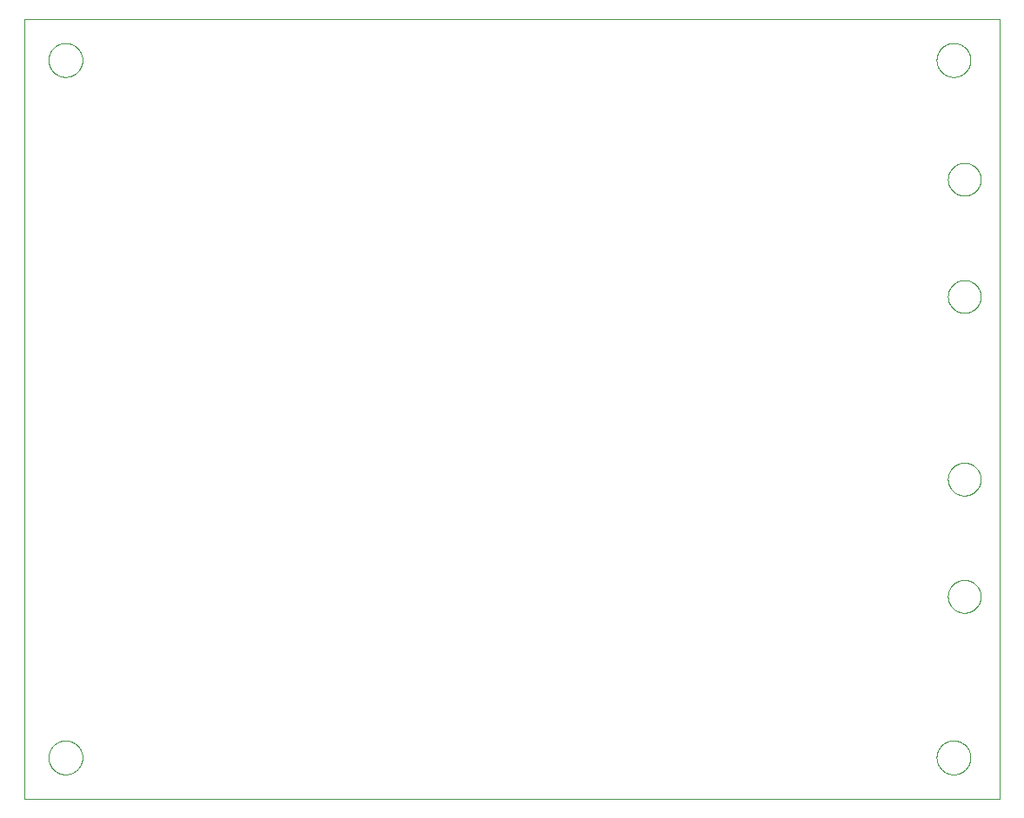
<source format=gbp>
G75*
%MOIN*%
%OFA0B0*%
%FSLAX25Y25*%
%IPPOS*%
%LPD*%
%AMOC8*
5,1,8,0,0,1.08239X$1,22.5*
%
%ADD10C,0.00000*%
D10*
X0001800Y0015403D02*
X0375816Y0015403D01*
X0375816Y0314615D01*
X0001800Y0314615D01*
X0001800Y0015403D01*
X0011048Y0031151D02*
X0011050Y0031312D01*
X0011056Y0031472D01*
X0011066Y0031633D01*
X0011080Y0031793D01*
X0011098Y0031953D01*
X0011119Y0032112D01*
X0011145Y0032271D01*
X0011175Y0032429D01*
X0011208Y0032586D01*
X0011246Y0032743D01*
X0011287Y0032898D01*
X0011332Y0033052D01*
X0011381Y0033205D01*
X0011434Y0033357D01*
X0011490Y0033508D01*
X0011551Y0033657D01*
X0011614Y0033805D01*
X0011682Y0033951D01*
X0011753Y0034095D01*
X0011827Y0034237D01*
X0011905Y0034378D01*
X0011987Y0034516D01*
X0012072Y0034653D01*
X0012160Y0034787D01*
X0012252Y0034919D01*
X0012347Y0035049D01*
X0012445Y0035177D01*
X0012546Y0035302D01*
X0012650Y0035424D01*
X0012757Y0035544D01*
X0012867Y0035661D01*
X0012980Y0035776D01*
X0013096Y0035887D01*
X0013215Y0035996D01*
X0013336Y0036101D01*
X0013460Y0036204D01*
X0013586Y0036304D01*
X0013714Y0036400D01*
X0013845Y0036493D01*
X0013979Y0036583D01*
X0014114Y0036670D01*
X0014252Y0036753D01*
X0014391Y0036833D01*
X0014533Y0036909D01*
X0014676Y0036982D01*
X0014821Y0037051D01*
X0014968Y0037117D01*
X0015116Y0037179D01*
X0015266Y0037237D01*
X0015417Y0037292D01*
X0015570Y0037343D01*
X0015724Y0037390D01*
X0015879Y0037433D01*
X0016035Y0037472D01*
X0016191Y0037508D01*
X0016349Y0037539D01*
X0016507Y0037567D01*
X0016666Y0037591D01*
X0016826Y0037611D01*
X0016986Y0037627D01*
X0017146Y0037639D01*
X0017307Y0037647D01*
X0017468Y0037651D01*
X0017628Y0037651D01*
X0017789Y0037647D01*
X0017950Y0037639D01*
X0018110Y0037627D01*
X0018270Y0037611D01*
X0018430Y0037591D01*
X0018589Y0037567D01*
X0018747Y0037539D01*
X0018905Y0037508D01*
X0019061Y0037472D01*
X0019217Y0037433D01*
X0019372Y0037390D01*
X0019526Y0037343D01*
X0019679Y0037292D01*
X0019830Y0037237D01*
X0019980Y0037179D01*
X0020128Y0037117D01*
X0020275Y0037051D01*
X0020420Y0036982D01*
X0020563Y0036909D01*
X0020705Y0036833D01*
X0020844Y0036753D01*
X0020982Y0036670D01*
X0021117Y0036583D01*
X0021251Y0036493D01*
X0021382Y0036400D01*
X0021510Y0036304D01*
X0021636Y0036204D01*
X0021760Y0036101D01*
X0021881Y0035996D01*
X0022000Y0035887D01*
X0022116Y0035776D01*
X0022229Y0035661D01*
X0022339Y0035544D01*
X0022446Y0035424D01*
X0022550Y0035302D01*
X0022651Y0035177D01*
X0022749Y0035049D01*
X0022844Y0034919D01*
X0022936Y0034787D01*
X0023024Y0034653D01*
X0023109Y0034516D01*
X0023191Y0034378D01*
X0023269Y0034237D01*
X0023343Y0034095D01*
X0023414Y0033951D01*
X0023482Y0033805D01*
X0023545Y0033657D01*
X0023606Y0033508D01*
X0023662Y0033357D01*
X0023715Y0033205D01*
X0023764Y0033052D01*
X0023809Y0032898D01*
X0023850Y0032743D01*
X0023888Y0032586D01*
X0023921Y0032429D01*
X0023951Y0032271D01*
X0023977Y0032112D01*
X0023998Y0031953D01*
X0024016Y0031793D01*
X0024030Y0031633D01*
X0024040Y0031472D01*
X0024046Y0031312D01*
X0024048Y0031151D01*
X0024046Y0030990D01*
X0024040Y0030830D01*
X0024030Y0030669D01*
X0024016Y0030509D01*
X0023998Y0030349D01*
X0023977Y0030190D01*
X0023951Y0030031D01*
X0023921Y0029873D01*
X0023888Y0029716D01*
X0023850Y0029559D01*
X0023809Y0029404D01*
X0023764Y0029250D01*
X0023715Y0029097D01*
X0023662Y0028945D01*
X0023606Y0028794D01*
X0023545Y0028645D01*
X0023482Y0028497D01*
X0023414Y0028351D01*
X0023343Y0028207D01*
X0023269Y0028065D01*
X0023191Y0027924D01*
X0023109Y0027786D01*
X0023024Y0027649D01*
X0022936Y0027515D01*
X0022844Y0027383D01*
X0022749Y0027253D01*
X0022651Y0027125D01*
X0022550Y0027000D01*
X0022446Y0026878D01*
X0022339Y0026758D01*
X0022229Y0026641D01*
X0022116Y0026526D01*
X0022000Y0026415D01*
X0021881Y0026306D01*
X0021760Y0026201D01*
X0021636Y0026098D01*
X0021510Y0025998D01*
X0021382Y0025902D01*
X0021251Y0025809D01*
X0021117Y0025719D01*
X0020982Y0025632D01*
X0020844Y0025549D01*
X0020705Y0025469D01*
X0020563Y0025393D01*
X0020420Y0025320D01*
X0020275Y0025251D01*
X0020128Y0025185D01*
X0019980Y0025123D01*
X0019830Y0025065D01*
X0019679Y0025010D01*
X0019526Y0024959D01*
X0019372Y0024912D01*
X0019217Y0024869D01*
X0019061Y0024830D01*
X0018905Y0024794D01*
X0018747Y0024763D01*
X0018589Y0024735D01*
X0018430Y0024711D01*
X0018270Y0024691D01*
X0018110Y0024675D01*
X0017950Y0024663D01*
X0017789Y0024655D01*
X0017628Y0024651D01*
X0017468Y0024651D01*
X0017307Y0024655D01*
X0017146Y0024663D01*
X0016986Y0024675D01*
X0016826Y0024691D01*
X0016666Y0024711D01*
X0016507Y0024735D01*
X0016349Y0024763D01*
X0016191Y0024794D01*
X0016035Y0024830D01*
X0015879Y0024869D01*
X0015724Y0024912D01*
X0015570Y0024959D01*
X0015417Y0025010D01*
X0015266Y0025065D01*
X0015116Y0025123D01*
X0014968Y0025185D01*
X0014821Y0025251D01*
X0014676Y0025320D01*
X0014533Y0025393D01*
X0014391Y0025469D01*
X0014252Y0025549D01*
X0014114Y0025632D01*
X0013979Y0025719D01*
X0013845Y0025809D01*
X0013714Y0025902D01*
X0013586Y0025998D01*
X0013460Y0026098D01*
X0013336Y0026201D01*
X0013215Y0026306D01*
X0013096Y0026415D01*
X0012980Y0026526D01*
X0012867Y0026641D01*
X0012757Y0026758D01*
X0012650Y0026878D01*
X0012546Y0027000D01*
X0012445Y0027125D01*
X0012347Y0027253D01*
X0012252Y0027383D01*
X0012160Y0027515D01*
X0012072Y0027649D01*
X0011987Y0027786D01*
X0011905Y0027924D01*
X0011827Y0028065D01*
X0011753Y0028207D01*
X0011682Y0028351D01*
X0011614Y0028497D01*
X0011551Y0028645D01*
X0011490Y0028794D01*
X0011434Y0028945D01*
X0011381Y0029097D01*
X0011332Y0029250D01*
X0011287Y0029404D01*
X0011246Y0029559D01*
X0011208Y0029716D01*
X0011175Y0029873D01*
X0011145Y0030031D01*
X0011119Y0030190D01*
X0011098Y0030349D01*
X0011080Y0030509D01*
X0011066Y0030669D01*
X0011056Y0030830D01*
X0011050Y0030990D01*
X0011048Y0031151D01*
X0011048Y0298867D02*
X0011050Y0299028D01*
X0011056Y0299188D01*
X0011066Y0299349D01*
X0011080Y0299509D01*
X0011098Y0299669D01*
X0011119Y0299828D01*
X0011145Y0299987D01*
X0011175Y0300145D01*
X0011208Y0300302D01*
X0011246Y0300459D01*
X0011287Y0300614D01*
X0011332Y0300768D01*
X0011381Y0300921D01*
X0011434Y0301073D01*
X0011490Y0301224D01*
X0011551Y0301373D01*
X0011614Y0301521D01*
X0011682Y0301667D01*
X0011753Y0301811D01*
X0011827Y0301953D01*
X0011905Y0302094D01*
X0011987Y0302232D01*
X0012072Y0302369D01*
X0012160Y0302503D01*
X0012252Y0302635D01*
X0012347Y0302765D01*
X0012445Y0302893D01*
X0012546Y0303018D01*
X0012650Y0303140D01*
X0012757Y0303260D01*
X0012867Y0303377D01*
X0012980Y0303492D01*
X0013096Y0303603D01*
X0013215Y0303712D01*
X0013336Y0303817D01*
X0013460Y0303920D01*
X0013586Y0304020D01*
X0013714Y0304116D01*
X0013845Y0304209D01*
X0013979Y0304299D01*
X0014114Y0304386D01*
X0014252Y0304469D01*
X0014391Y0304549D01*
X0014533Y0304625D01*
X0014676Y0304698D01*
X0014821Y0304767D01*
X0014968Y0304833D01*
X0015116Y0304895D01*
X0015266Y0304953D01*
X0015417Y0305008D01*
X0015570Y0305059D01*
X0015724Y0305106D01*
X0015879Y0305149D01*
X0016035Y0305188D01*
X0016191Y0305224D01*
X0016349Y0305255D01*
X0016507Y0305283D01*
X0016666Y0305307D01*
X0016826Y0305327D01*
X0016986Y0305343D01*
X0017146Y0305355D01*
X0017307Y0305363D01*
X0017468Y0305367D01*
X0017628Y0305367D01*
X0017789Y0305363D01*
X0017950Y0305355D01*
X0018110Y0305343D01*
X0018270Y0305327D01*
X0018430Y0305307D01*
X0018589Y0305283D01*
X0018747Y0305255D01*
X0018905Y0305224D01*
X0019061Y0305188D01*
X0019217Y0305149D01*
X0019372Y0305106D01*
X0019526Y0305059D01*
X0019679Y0305008D01*
X0019830Y0304953D01*
X0019980Y0304895D01*
X0020128Y0304833D01*
X0020275Y0304767D01*
X0020420Y0304698D01*
X0020563Y0304625D01*
X0020705Y0304549D01*
X0020844Y0304469D01*
X0020982Y0304386D01*
X0021117Y0304299D01*
X0021251Y0304209D01*
X0021382Y0304116D01*
X0021510Y0304020D01*
X0021636Y0303920D01*
X0021760Y0303817D01*
X0021881Y0303712D01*
X0022000Y0303603D01*
X0022116Y0303492D01*
X0022229Y0303377D01*
X0022339Y0303260D01*
X0022446Y0303140D01*
X0022550Y0303018D01*
X0022651Y0302893D01*
X0022749Y0302765D01*
X0022844Y0302635D01*
X0022936Y0302503D01*
X0023024Y0302369D01*
X0023109Y0302232D01*
X0023191Y0302094D01*
X0023269Y0301953D01*
X0023343Y0301811D01*
X0023414Y0301667D01*
X0023482Y0301521D01*
X0023545Y0301373D01*
X0023606Y0301224D01*
X0023662Y0301073D01*
X0023715Y0300921D01*
X0023764Y0300768D01*
X0023809Y0300614D01*
X0023850Y0300459D01*
X0023888Y0300302D01*
X0023921Y0300145D01*
X0023951Y0299987D01*
X0023977Y0299828D01*
X0023998Y0299669D01*
X0024016Y0299509D01*
X0024030Y0299349D01*
X0024040Y0299188D01*
X0024046Y0299028D01*
X0024048Y0298867D01*
X0024046Y0298706D01*
X0024040Y0298546D01*
X0024030Y0298385D01*
X0024016Y0298225D01*
X0023998Y0298065D01*
X0023977Y0297906D01*
X0023951Y0297747D01*
X0023921Y0297589D01*
X0023888Y0297432D01*
X0023850Y0297275D01*
X0023809Y0297120D01*
X0023764Y0296966D01*
X0023715Y0296813D01*
X0023662Y0296661D01*
X0023606Y0296510D01*
X0023545Y0296361D01*
X0023482Y0296213D01*
X0023414Y0296067D01*
X0023343Y0295923D01*
X0023269Y0295781D01*
X0023191Y0295640D01*
X0023109Y0295502D01*
X0023024Y0295365D01*
X0022936Y0295231D01*
X0022844Y0295099D01*
X0022749Y0294969D01*
X0022651Y0294841D01*
X0022550Y0294716D01*
X0022446Y0294594D01*
X0022339Y0294474D01*
X0022229Y0294357D01*
X0022116Y0294242D01*
X0022000Y0294131D01*
X0021881Y0294022D01*
X0021760Y0293917D01*
X0021636Y0293814D01*
X0021510Y0293714D01*
X0021382Y0293618D01*
X0021251Y0293525D01*
X0021117Y0293435D01*
X0020982Y0293348D01*
X0020844Y0293265D01*
X0020705Y0293185D01*
X0020563Y0293109D01*
X0020420Y0293036D01*
X0020275Y0292967D01*
X0020128Y0292901D01*
X0019980Y0292839D01*
X0019830Y0292781D01*
X0019679Y0292726D01*
X0019526Y0292675D01*
X0019372Y0292628D01*
X0019217Y0292585D01*
X0019061Y0292546D01*
X0018905Y0292510D01*
X0018747Y0292479D01*
X0018589Y0292451D01*
X0018430Y0292427D01*
X0018270Y0292407D01*
X0018110Y0292391D01*
X0017950Y0292379D01*
X0017789Y0292371D01*
X0017628Y0292367D01*
X0017468Y0292367D01*
X0017307Y0292371D01*
X0017146Y0292379D01*
X0016986Y0292391D01*
X0016826Y0292407D01*
X0016666Y0292427D01*
X0016507Y0292451D01*
X0016349Y0292479D01*
X0016191Y0292510D01*
X0016035Y0292546D01*
X0015879Y0292585D01*
X0015724Y0292628D01*
X0015570Y0292675D01*
X0015417Y0292726D01*
X0015266Y0292781D01*
X0015116Y0292839D01*
X0014968Y0292901D01*
X0014821Y0292967D01*
X0014676Y0293036D01*
X0014533Y0293109D01*
X0014391Y0293185D01*
X0014252Y0293265D01*
X0014114Y0293348D01*
X0013979Y0293435D01*
X0013845Y0293525D01*
X0013714Y0293618D01*
X0013586Y0293714D01*
X0013460Y0293814D01*
X0013336Y0293917D01*
X0013215Y0294022D01*
X0013096Y0294131D01*
X0012980Y0294242D01*
X0012867Y0294357D01*
X0012757Y0294474D01*
X0012650Y0294594D01*
X0012546Y0294716D01*
X0012445Y0294841D01*
X0012347Y0294969D01*
X0012252Y0295099D01*
X0012160Y0295231D01*
X0012072Y0295365D01*
X0011987Y0295502D01*
X0011905Y0295640D01*
X0011827Y0295781D01*
X0011753Y0295923D01*
X0011682Y0296067D01*
X0011614Y0296213D01*
X0011551Y0296361D01*
X0011490Y0296510D01*
X0011434Y0296661D01*
X0011381Y0296813D01*
X0011332Y0296966D01*
X0011287Y0297120D01*
X0011246Y0297275D01*
X0011208Y0297432D01*
X0011175Y0297589D01*
X0011145Y0297747D01*
X0011119Y0297906D01*
X0011098Y0298065D01*
X0011080Y0298225D01*
X0011066Y0298385D01*
X0011056Y0298546D01*
X0011050Y0298706D01*
X0011048Y0298867D01*
X0351599Y0298867D02*
X0351601Y0299028D01*
X0351607Y0299188D01*
X0351617Y0299349D01*
X0351631Y0299509D01*
X0351649Y0299669D01*
X0351670Y0299828D01*
X0351696Y0299987D01*
X0351726Y0300145D01*
X0351759Y0300302D01*
X0351797Y0300459D01*
X0351838Y0300614D01*
X0351883Y0300768D01*
X0351932Y0300921D01*
X0351985Y0301073D01*
X0352041Y0301224D01*
X0352102Y0301373D01*
X0352165Y0301521D01*
X0352233Y0301667D01*
X0352304Y0301811D01*
X0352378Y0301953D01*
X0352456Y0302094D01*
X0352538Y0302232D01*
X0352623Y0302369D01*
X0352711Y0302503D01*
X0352803Y0302635D01*
X0352898Y0302765D01*
X0352996Y0302893D01*
X0353097Y0303018D01*
X0353201Y0303140D01*
X0353308Y0303260D01*
X0353418Y0303377D01*
X0353531Y0303492D01*
X0353647Y0303603D01*
X0353766Y0303712D01*
X0353887Y0303817D01*
X0354011Y0303920D01*
X0354137Y0304020D01*
X0354265Y0304116D01*
X0354396Y0304209D01*
X0354530Y0304299D01*
X0354665Y0304386D01*
X0354803Y0304469D01*
X0354942Y0304549D01*
X0355084Y0304625D01*
X0355227Y0304698D01*
X0355372Y0304767D01*
X0355519Y0304833D01*
X0355667Y0304895D01*
X0355817Y0304953D01*
X0355968Y0305008D01*
X0356121Y0305059D01*
X0356275Y0305106D01*
X0356430Y0305149D01*
X0356586Y0305188D01*
X0356742Y0305224D01*
X0356900Y0305255D01*
X0357058Y0305283D01*
X0357217Y0305307D01*
X0357377Y0305327D01*
X0357537Y0305343D01*
X0357697Y0305355D01*
X0357858Y0305363D01*
X0358019Y0305367D01*
X0358179Y0305367D01*
X0358340Y0305363D01*
X0358501Y0305355D01*
X0358661Y0305343D01*
X0358821Y0305327D01*
X0358981Y0305307D01*
X0359140Y0305283D01*
X0359298Y0305255D01*
X0359456Y0305224D01*
X0359612Y0305188D01*
X0359768Y0305149D01*
X0359923Y0305106D01*
X0360077Y0305059D01*
X0360230Y0305008D01*
X0360381Y0304953D01*
X0360531Y0304895D01*
X0360679Y0304833D01*
X0360826Y0304767D01*
X0360971Y0304698D01*
X0361114Y0304625D01*
X0361256Y0304549D01*
X0361395Y0304469D01*
X0361533Y0304386D01*
X0361668Y0304299D01*
X0361802Y0304209D01*
X0361933Y0304116D01*
X0362061Y0304020D01*
X0362187Y0303920D01*
X0362311Y0303817D01*
X0362432Y0303712D01*
X0362551Y0303603D01*
X0362667Y0303492D01*
X0362780Y0303377D01*
X0362890Y0303260D01*
X0362997Y0303140D01*
X0363101Y0303018D01*
X0363202Y0302893D01*
X0363300Y0302765D01*
X0363395Y0302635D01*
X0363487Y0302503D01*
X0363575Y0302369D01*
X0363660Y0302232D01*
X0363742Y0302094D01*
X0363820Y0301953D01*
X0363894Y0301811D01*
X0363965Y0301667D01*
X0364033Y0301521D01*
X0364096Y0301373D01*
X0364157Y0301224D01*
X0364213Y0301073D01*
X0364266Y0300921D01*
X0364315Y0300768D01*
X0364360Y0300614D01*
X0364401Y0300459D01*
X0364439Y0300302D01*
X0364472Y0300145D01*
X0364502Y0299987D01*
X0364528Y0299828D01*
X0364549Y0299669D01*
X0364567Y0299509D01*
X0364581Y0299349D01*
X0364591Y0299188D01*
X0364597Y0299028D01*
X0364599Y0298867D01*
X0364597Y0298706D01*
X0364591Y0298546D01*
X0364581Y0298385D01*
X0364567Y0298225D01*
X0364549Y0298065D01*
X0364528Y0297906D01*
X0364502Y0297747D01*
X0364472Y0297589D01*
X0364439Y0297432D01*
X0364401Y0297275D01*
X0364360Y0297120D01*
X0364315Y0296966D01*
X0364266Y0296813D01*
X0364213Y0296661D01*
X0364157Y0296510D01*
X0364096Y0296361D01*
X0364033Y0296213D01*
X0363965Y0296067D01*
X0363894Y0295923D01*
X0363820Y0295781D01*
X0363742Y0295640D01*
X0363660Y0295502D01*
X0363575Y0295365D01*
X0363487Y0295231D01*
X0363395Y0295099D01*
X0363300Y0294969D01*
X0363202Y0294841D01*
X0363101Y0294716D01*
X0362997Y0294594D01*
X0362890Y0294474D01*
X0362780Y0294357D01*
X0362667Y0294242D01*
X0362551Y0294131D01*
X0362432Y0294022D01*
X0362311Y0293917D01*
X0362187Y0293814D01*
X0362061Y0293714D01*
X0361933Y0293618D01*
X0361802Y0293525D01*
X0361668Y0293435D01*
X0361533Y0293348D01*
X0361395Y0293265D01*
X0361256Y0293185D01*
X0361114Y0293109D01*
X0360971Y0293036D01*
X0360826Y0292967D01*
X0360679Y0292901D01*
X0360531Y0292839D01*
X0360381Y0292781D01*
X0360230Y0292726D01*
X0360077Y0292675D01*
X0359923Y0292628D01*
X0359768Y0292585D01*
X0359612Y0292546D01*
X0359456Y0292510D01*
X0359298Y0292479D01*
X0359140Y0292451D01*
X0358981Y0292427D01*
X0358821Y0292407D01*
X0358661Y0292391D01*
X0358501Y0292379D01*
X0358340Y0292371D01*
X0358179Y0292367D01*
X0358019Y0292367D01*
X0357858Y0292371D01*
X0357697Y0292379D01*
X0357537Y0292391D01*
X0357377Y0292407D01*
X0357217Y0292427D01*
X0357058Y0292451D01*
X0356900Y0292479D01*
X0356742Y0292510D01*
X0356586Y0292546D01*
X0356430Y0292585D01*
X0356275Y0292628D01*
X0356121Y0292675D01*
X0355968Y0292726D01*
X0355817Y0292781D01*
X0355667Y0292839D01*
X0355519Y0292901D01*
X0355372Y0292967D01*
X0355227Y0293036D01*
X0355084Y0293109D01*
X0354942Y0293185D01*
X0354803Y0293265D01*
X0354665Y0293348D01*
X0354530Y0293435D01*
X0354396Y0293525D01*
X0354265Y0293618D01*
X0354137Y0293714D01*
X0354011Y0293814D01*
X0353887Y0293917D01*
X0353766Y0294022D01*
X0353647Y0294131D01*
X0353531Y0294242D01*
X0353418Y0294357D01*
X0353308Y0294474D01*
X0353201Y0294594D01*
X0353097Y0294716D01*
X0352996Y0294841D01*
X0352898Y0294969D01*
X0352803Y0295099D01*
X0352711Y0295231D01*
X0352623Y0295365D01*
X0352538Y0295502D01*
X0352456Y0295640D01*
X0352378Y0295781D01*
X0352304Y0295923D01*
X0352233Y0296067D01*
X0352165Y0296213D01*
X0352102Y0296361D01*
X0352041Y0296510D01*
X0351985Y0296661D01*
X0351932Y0296813D01*
X0351883Y0296966D01*
X0351838Y0297120D01*
X0351797Y0297275D01*
X0351759Y0297432D01*
X0351726Y0297589D01*
X0351696Y0297747D01*
X0351670Y0297906D01*
X0351649Y0298065D01*
X0351631Y0298225D01*
X0351617Y0298385D01*
X0351607Y0298546D01*
X0351601Y0298706D01*
X0351599Y0298867D01*
X0355934Y0253100D02*
X0355936Y0253258D01*
X0355942Y0253416D01*
X0355952Y0253574D01*
X0355966Y0253732D01*
X0355984Y0253889D01*
X0356005Y0254046D01*
X0356031Y0254202D01*
X0356061Y0254358D01*
X0356094Y0254513D01*
X0356132Y0254666D01*
X0356173Y0254819D01*
X0356218Y0254971D01*
X0356267Y0255122D01*
X0356320Y0255271D01*
X0356376Y0255419D01*
X0356436Y0255565D01*
X0356500Y0255710D01*
X0356568Y0255853D01*
X0356639Y0255995D01*
X0356713Y0256135D01*
X0356791Y0256272D01*
X0356873Y0256408D01*
X0356957Y0256542D01*
X0357046Y0256673D01*
X0357137Y0256802D01*
X0357232Y0256929D01*
X0357329Y0257054D01*
X0357430Y0257176D01*
X0357534Y0257295D01*
X0357641Y0257412D01*
X0357751Y0257526D01*
X0357864Y0257637D01*
X0357979Y0257746D01*
X0358097Y0257851D01*
X0358218Y0257953D01*
X0358341Y0258053D01*
X0358467Y0258149D01*
X0358595Y0258242D01*
X0358725Y0258332D01*
X0358858Y0258418D01*
X0358993Y0258502D01*
X0359129Y0258581D01*
X0359268Y0258658D01*
X0359409Y0258730D01*
X0359551Y0258800D01*
X0359695Y0258865D01*
X0359841Y0258927D01*
X0359988Y0258985D01*
X0360137Y0259040D01*
X0360287Y0259091D01*
X0360438Y0259138D01*
X0360590Y0259181D01*
X0360743Y0259220D01*
X0360898Y0259256D01*
X0361053Y0259287D01*
X0361209Y0259315D01*
X0361365Y0259339D01*
X0361522Y0259359D01*
X0361680Y0259375D01*
X0361837Y0259387D01*
X0361996Y0259395D01*
X0362154Y0259399D01*
X0362312Y0259399D01*
X0362470Y0259395D01*
X0362629Y0259387D01*
X0362786Y0259375D01*
X0362944Y0259359D01*
X0363101Y0259339D01*
X0363257Y0259315D01*
X0363413Y0259287D01*
X0363568Y0259256D01*
X0363723Y0259220D01*
X0363876Y0259181D01*
X0364028Y0259138D01*
X0364179Y0259091D01*
X0364329Y0259040D01*
X0364478Y0258985D01*
X0364625Y0258927D01*
X0364771Y0258865D01*
X0364915Y0258800D01*
X0365057Y0258730D01*
X0365198Y0258658D01*
X0365337Y0258581D01*
X0365473Y0258502D01*
X0365608Y0258418D01*
X0365741Y0258332D01*
X0365871Y0258242D01*
X0365999Y0258149D01*
X0366125Y0258053D01*
X0366248Y0257953D01*
X0366369Y0257851D01*
X0366487Y0257746D01*
X0366602Y0257637D01*
X0366715Y0257526D01*
X0366825Y0257412D01*
X0366932Y0257295D01*
X0367036Y0257176D01*
X0367137Y0257054D01*
X0367234Y0256929D01*
X0367329Y0256802D01*
X0367420Y0256673D01*
X0367509Y0256542D01*
X0367593Y0256408D01*
X0367675Y0256272D01*
X0367753Y0256135D01*
X0367827Y0255995D01*
X0367898Y0255853D01*
X0367966Y0255710D01*
X0368030Y0255565D01*
X0368090Y0255419D01*
X0368146Y0255271D01*
X0368199Y0255122D01*
X0368248Y0254971D01*
X0368293Y0254819D01*
X0368334Y0254666D01*
X0368372Y0254513D01*
X0368405Y0254358D01*
X0368435Y0254202D01*
X0368461Y0254046D01*
X0368482Y0253889D01*
X0368500Y0253732D01*
X0368514Y0253574D01*
X0368524Y0253416D01*
X0368530Y0253258D01*
X0368532Y0253100D01*
X0368530Y0252942D01*
X0368524Y0252784D01*
X0368514Y0252626D01*
X0368500Y0252468D01*
X0368482Y0252311D01*
X0368461Y0252154D01*
X0368435Y0251998D01*
X0368405Y0251842D01*
X0368372Y0251687D01*
X0368334Y0251534D01*
X0368293Y0251381D01*
X0368248Y0251229D01*
X0368199Y0251078D01*
X0368146Y0250929D01*
X0368090Y0250781D01*
X0368030Y0250635D01*
X0367966Y0250490D01*
X0367898Y0250347D01*
X0367827Y0250205D01*
X0367753Y0250065D01*
X0367675Y0249928D01*
X0367593Y0249792D01*
X0367509Y0249658D01*
X0367420Y0249527D01*
X0367329Y0249398D01*
X0367234Y0249271D01*
X0367137Y0249146D01*
X0367036Y0249024D01*
X0366932Y0248905D01*
X0366825Y0248788D01*
X0366715Y0248674D01*
X0366602Y0248563D01*
X0366487Y0248454D01*
X0366369Y0248349D01*
X0366248Y0248247D01*
X0366125Y0248147D01*
X0365999Y0248051D01*
X0365871Y0247958D01*
X0365741Y0247868D01*
X0365608Y0247782D01*
X0365473Y0247698D01*
X0365337Y0247619D01*
X0365198Y0247542D01*
X0365057Y0247470D01*
X0364915Y0247400D01*
X0364771Y0247335D01*
X0364625Y0247273D01*
X0364478Y0247215D01*
X0364329Y0247160D01*
X0364179Y0247109D01*
X0364028Y0247062D01*
X0363876Y0247019D01*
X0363723Y0246980D01*
X0363568Y0246944D01*
X0363413Y0246913D01*
X0363257Y0246885D01*
X0363101Y0246861D01*
X0362944Y0246841D01*
X0362786Y0246825D01*
X0362629Y0246813D01*
X0362470Y0246805D01*
X0362312Y0246801D01*
X0362154Y0246801D01*
X0361996Y0246805D01*
X0361837Y0246813D01*
X0361680Y0246825D01*
X0361522Y0246841D01*
X0361365Y0246861D01*
X0361209Y0246885D01*
X0361053Y0246913D01*
X0360898Y0246944D01*
X0360743Y0246980D01*
X0360590Y0247019D01*
X0360438Y0247062D01*
X0360287Y0247109D01*
X0360137Y0247160D01*
X0359988Y0247215D01*
X0359841Y0247273D01*
X0359695Y0247335D01*
X0359551Y0247400D01*
X0359409Y0247470D01*
X0359268Y0247542D01*
X0359129Y0247619D01*
X0358993Y0247698D01*
X0358858Y0247782D01*
X0358725Y0247868D01*
X0358595Y0247958D01*
X0358467Y0248051D01*
X0358341Y0248147D01*
X0358218Y0248247D01*
X0358097Y0248349D01*
X0357979Y0248454D01*
X0357864Y0248563D01*
X0357751Y0248674D01*
X0357641Y0248788D01*
X0357534Y0248905D01*
X0357430Y0249024D01*
X0357329Y0249146D01*
X0357232Y0249271D01*
X0357137Y0249398D01*
X0357046Y0249527D01*
X0356957Y0249658D01*
X0356873Y0249792D01*
X0356791Y0249928D01*
X0356713Y0250065D01*
X0356639Y0250205D01*
X0356568Y0250347D01*
X0356500Y0250490D01*
X0356436Y0250635D01*
X0356376Y0250781D01*
X0356320Y0250929D01*
X0356267Y0251078D01*
X0356218Y0251229D01*
X0356173Y0251381D01*
X0356132Y0251534D01*
X0356094Y0251687D01*
X0356061Y0251842D01*
X0356031Y0251998D01*
X0356005Y0252154D01*
X0355984Y0252311D01*
X0355966Y0252468D01*
X0355952Y0252626D01*
X0355942Y0252784D01*
X0355936Y0252942D01*
X0355934Y0253100D01*
X0355934Y0208100D02*
X0355936Y0208258D01*
X0355942Y0208416D01*
X0355952Y0208574D01*
X0355966Y0208732D01*
X0355984Y0208889D01*
X0356005Y0209046D01*
X0356031Y0209202D01*
X0356061Y0209358D01*
X0356094Y0209513D01*
X0356132Y0209666D01*
X0356173Y0209819D01*
X0356218Y0209971D01*
X0356267Y0210122D01*
X0356320Y0210271D01*
X0356376Y0210419D01*
X0356436Y0210565D01*
X0356500Y0210710D01*
X0356568Y0210853D01*
X0356639Y0210995D01*
X0356713Y0211135D01*
X0356791Y0211272D01*
X0356873Y0211408D01*
X0356957Y0211542D01*
X0357046Y0211673D01*
X0357137Y0211802D01*
X0357232Y0211929D01*
X0357329Y0212054D01*
X0357430Y0212176D01*
X0357534Y0212295D01*
X0357641Y0212412D01*
X0357751Y0212526D01*
X0357864Y0212637D01*
X0357979Y0212746D01*
X0358097Y0212851D01*
X0358218Y0212953D01*
X0358341Y0213053D01*
X0358467Y0213149D01*
X0358595Y0213242D01*
X0358725Y0213332D01*
X0358858Y0213418D01*
X0358993Y0213502D01*
X0359129Y0213581D01*
X0359268Y0213658D01*
X0359409Y0213730D01*
X0359551Y0213800D01*
X0359695Y0213865D01*
X0359841Y0213927D01*
X0359988Y0213985D01*
X0360137Y0214040D01*
X0360287Y0214091D01*
X0360438Y0214138D01*
X0360590Y0214181D01*
X0360743Y0214220D01*
X0360898Y0214256D01*
X0361053Y0214287D01*
X0361209Y0214315D01*
X0361365Y0214339D01*
X0361522Y0214359D01*
X0361680Y0214375D01*
X0361837Y0214387D01*
X0361996Y0214395D01*
X0362154Y0214399D01*
X0362312Y0214399D01*
X0362470Y0214395D01*
X0362629Y0214387D01*
X0362786Y0214375D01*
X0362944Y0214359D01*
X0363101Y0214339D01*
X0363257Y0214315D01*
X0363413Y0214287D01*
X0363568Y0214256D01*
X0363723Y0214220D01*
X0363876Y0214181D01*
X0364028Y0214138D01*
X0364179Y0214091D01*
X0364329Y0214040D01*
X0364478Y0213985D01*
X0364625Y0213927D01*
X0364771Y0213865D01*
X0364915Y0213800D01*
X0365057Y0213730D01*
X0365198Y0213658D01*
X0365337Y0213581D01*
X0365473Y0213502D01*
X0365608Y0213418D01*
X0365741Y0213332D01*
X0365871Y0213242D01*
X0365999Y0213149D01*
X0366125Y0213053D01*
X0366248Y0212953D01*
X0366369Y0212851D01*
X0366487Y0212746D01*
X0366602Y0212637D01*
X0366715Y0212526D01*
X0366825Y0212412D01*
X0366932Y0212295D01*
X0367036Y0212176D01*
X0367137Y0212054D01*
X0367234Y0211929D01*
X0367329Y0211802D01*
X0367420Y0211673D01*
X0367509Y0211542D01*
X0367593Y0211408D01*
X0367675Y0211272D01*
X0367753Y0211135D01*
X0367827Y0210995D01*
X0367898Y0210853D01*
X0367966Y0210710D01*
X0368030Y0210565D01*
X0368090Y0210419D01*
X0368146Y0210271D01*
X0368199Y0210122D01*
X0368248Y0209971D01*
X0368293Y0209819D01*
X0368334Y0209666D01*
X0368372Y0209513D01*
X0368405Y0209358D01*
X0368435Y0209202D01*
X0368461Y0209046D01*
X0368482Y0208889D01*
X0368500Y0208732D01*
X0368514Y0208574D01*
X0368524Y0208416D01*
X0368530Y0208258D01*
X0368532Y0208100D01*
X0368530Y0207942D01*
X0368524Y0207784D01*
X0368514Y0207626D01*
X0368500Y0207468D01*
X0368482Y0207311D01*
X0368461Y0207154D01*
X0368435Y0206998D01*
X0368405Y0206842D01*
X0368372Y0206687D01*
X0368334Y0206534D01*
X0368293Y0206381D01*
X0368248Y0206229D01*
X0368199Y0206078D01*
X0368146Y0205929D01*
X0368090Y0205781D01*
X0368030Y0205635D01*
X0367966Y0205490D01*
X0367898Y0205347D01*
X0367827Y0205205D01*
X0367753Y0205065D01*
X0367675Y0204928D01*
X0367593Y0204792D01*
X0367509Y0204658D01*
X0367420Y0204527D01*
X0367329Y0204398D01*
X0367234Y0204271D01*
X0367137Y0204146D01*
X0367036Y0204024D01*
X0366932Y0203905D01*
X0366825Y0203788D01*
X0366715Y0203674D01*
X0366602Y0203563D01*
X0366487Y0203454D01*
X0366369Y0203349D01*
X0366248Y0203247D01*
X0366125Y0203147D01*
X0365999Y0203051D01*
X0365871Y0202958D01*
X0365741Y0202868D01*
X0365608Y0202782D01*
X0365473Y0202698D01*
X0365337Y0202619D01*
X0365198Y0202542D01*
X0365057Y0202470D01*
X0364915Y0202400D01*
X0364771Y0202335D01*
X0364625Y0202273D01*
X0364478Y0202215D01*
X0364329Y0202160D01*
X0364179Y0202109D01*
X0364028Y0202062D01*
X0363876Y0202019D01*
X0363723Y0201980D01*
X0363568Y0201944D01*
X0363413Y0201913D01*
X0363257Y0201885D01*
X0363101Y0201861D01*
X0362944Y0201841D01*
X0362786Y0201825D01*
X0362629Y0201813D01*
X0362470Y0201805D01*
X0362312Y0201801D01*
X0362154Y0201801D01*
X0361996Y0201805D01*
X0361837Y0201813D01*
X0361680Y0201825D01*
X0361522Y0201841D01*
X0361365Y0201861D01*
X0361209Y0201885D01*
X0361053Y0201913D01*
X0360898Y0201944D01*
X0360743Y0201980D01*
X0360590Y0202019D01*
X0360438Y0202062D01*
X0360287Y0202109D01*
X0360137Y0202160D01*
X0359988Y0202215D01*
X0359841Y0202273D01*
X0359695Y0202335D01*
X0359551Y0202400D01*
X0359409Y0202470D01*
X0359268Y0202542D01*
X0359129Y0202619D01*
X0358993Y0202698D01*
X0358858Y0202782D01*
X0358725Y0202868D01*
X0358595Y0202958D01*
X0358467Y0203051D01*
X0358341Y0203147D01*
X0358218Y0203247D01*
X0358097Y0203349D01*
X0357979Y0203454D01*
X0357864Y0203563D01*
X0357751Y0203674D01*
X0357641Y0203788D01*
X0357534Y0203905D01*
X0357430Y0204024D01*
X0357329Y0204146D01*
X0357232Y0204271D01*
X0357137Y0204398D01*
X0357046Y0204527D01*
X0356957Y0204658D01*
X0356873Y0204792D01*
X0356791Y0204928D01*
X0356713Y0205065D01*
X0356639Y0205205D01*
X0356568Y0205347D01*
X0356500Y0205490D01*
X0356436Y0205635D01*
X0356376Y0205781D01*
X0356320Y0205929D01*
X0356267Y0206078D01*
X0356218Y0206229D01*
X0356173Y0206381D01*
X0356132Y0206534D01*
X0356094Y0206687D01*
X0356061Y0206842D01*
X0356031Y0206998D01*
X0356005Y0207154D01*
X0355984Y0207311D01*
X0355966Y0207468D01*
X0355952Y0207626D01*
X0355942Y0207784D01*
X0355936Y0207942D01*
X0355934Y0208100D01*
X0355934Y0137982D02*
X0355936Y0138140D01*
X0355942Y0138298D01*
X0355952Y0138456D01*
X0355966Y0138614D01*
X0355984Y0138771D01*
X0356005Y0138928D01*
X0356031Y0139084D01*
X0356061Y0139240D01*
X0356094Y0139395D01*
X0356132Y0139548D01*
X0356173Y0139701D01*
X0356218Y0139853D01*
X0356267Y0140004D01*
X0356320Y0140153D01*
X0356376Y0140301D01*
X0356436Y0140447D01*
X0356500Y0140592D01*
X0356568Y0140735D01*
X0356639Y0140877D01*
X0356713Y0141017D01*
X0356791Y0141154D01*
X0356873Y0141290D01*
X0356957Y0141424D01*
X0357046Y0141555D01*
X0357137Y0141684D01*
X0357232Y0141811D01*
X0357329Y0141936D01*
X0357430Y0142058D01*
X0357534Y0142177D01*
X0357641Y0142294D01*
X0357751Y0142408D01*
X0357864Y0142519D01*
X0357979Y0142628D01*
X0358097Y0142733D01*
X0358218Y0142835D01*
X0358341Y0142935D01*
X0358467Y0143031D01*
X0358595Y0143124D01*
X0358725Y0143214D01*
X0358858Y0143300D01*
X0358993Y0143384D01*
X0359129Y0143463D01*
X0359268Y0143540D01*
X0359409Y0143612D01*
X0359551Y0143682D01*
X0359695Y0143747D01*
X0359841Y0143809D01*
X0359988Y0143867D01*
X0360137Y0143922D01*
X0360287Y0143973D01*
X0360438Y0144020D01*
X0360590Y0144063D01*
X0360743Y0144102D01*
X0360898Y0144138D01*
X0361053Y0144169D01*
X0361209Y0144197D01*
X0361365Y0144221D01*
X0361522Y0144241D01*
X0361680Y0144257D01*
X0361837Y0144269D01*
X0361996Y0144277D01*
X0362154Y0144281D01*
X0362312Y0144281D01*
X0362470Y0144277D01*
X0362629Y0144269D01*
X0362786Y0144257D01*
X0362944Y0144241D01*
X0363101Y0144221D01*
X0363257Y0144197D01*
X0363413Y0144169D01*
X0363568Y0144138D01*
X0363723Y0144102D01*
X0363876Y0144063D01*
X0364028Y0144020D01*
X0364179Y0143973D01*
X0364329Y0143922D01*
X0364478Y0143867D01*
X0364625Y0143809D01*
X0364771Y0143747D01*
X0364915Y0143682D01*
X0365057Y0143612D01*
X0365198Y0143540D01*
X0365337Y0143463D01*
X0365473Y0143384D01*
X0365608Y0143300D01*
X0365741Y0143214D01*
X0365871Y0143124D01*
X0365999Y0143031D01*
X0366125Y0142935D01*
X0366248Y0142835D01*
X0366369Y0142733D01*
X0366487Y0142628D01*
X0366602Y0142519D01*
X0366715Y0142408D01*
X0366825Y0142294D01*
X0366932Y0142177D01*
X0367036Y0142058D01*
X0367137Y0141936D01*
X0367234Y0141811D01*
X0367329Y0141684D01*
X0367420Y0141555D01*
X0367509Y0141424D01*
X0367593Y0141290D01*
X0367675Y0141154D01*
X0367753Y0141017D01*
X0367827Y0140877D01*
X0367898Y0140735D01*
X0367966Y0140592D01*
X0368030Y0140447D01*
X0368090Y0140301D01*
X0368146Y0140153D01*
X0368199Y0140004D01*
X0368248Y0139853D01*
X0368293Y0139701D01*
X0368334Y0139548D01*
X0368372Y0139395D01*
X0368405Y0139240D01*
X0368435Y0139084D01*
X0368461Y0138928D01*
X0368482Y0138771D01*
X0368500Y0138614D01*
X0368514Y0138456D01*
X0368524Y0138298D01*
X0368530Y0138140D01*
X0368532Y0137982D01*
X0368530Y0137824D01*
X0368524Y0137666D01*
X0368514Y0137508D01*
X0368500Y0137350D01*
X0368482Y0137193D01*
X0368461Y0137036D01*
X0368435Y0136880D01*
X0368405Y0136724D01*
X0368372Y0136569D01*
X0368334Y0136416D01*
X0368293Y0136263D01*
X0368248Y0136111D01*
X0368199Y0135960D01*
X0368146Y0135811D01*
X0368090Y0135663D01*
X0368030Y0135517D01*
X0367966Y0135372D01*
X0367898Y0135229D01*
X0367827Y0135087D01*
X0367753Y0134947D01*
X0367675Y0134810D01*
X0367593Y0134674D01*
X0367509Y0134540D01*
X0367420Y0134409D01*
X0367329Y0134280D01*
X0367234Y0134153D01*
X0367137Y0134028D01*
X0367036Y0133906D01*
X0366932Y0133787D01*
X0366825Y0133670D01*
X0366715Y0133556D01*
X0366602Y0133445D01*
X0366487Y0133336D01*
X0366369Y0133231D01*
X0366248Y0133129D01*
X0366125Y0133029D01*
X0365999Y0132933D01*
X0365871Y0132840D01*
X0365741Y0132750D01*
X0365608Y0132664D01*
X0365473Y0132580D01*
X0365337Y0132501D01*
X0365198Y0132424D01*
X0365057Y0132352D01*
X0364915Y0132282D01*
X0364771Y0132217D01*
X0364625Y0132155D01*
X0364478Y0132097D01*
X0364329Y0132042D01*
X0364179Y0131991D01*
X0364028Y0131944D01*
X0363876Y0131901D01*
X0363723Y0131862D01*
X0363568Y0131826D01*
X0363413Y0131795D01*
X0363257Y0131767D01*
X0363101Y0131743D01*
X0362944Y0131723D01*
X0362786Y0131707D01*
X0362629Y0131695D01*
X0362470Y0131687D01*
X0362312Y0131683D01*
X0362154Y0131683D01*
X0361996Y0131687D01*
X0361837Y0131695D01*
X0361680Y0131707D01*
X0361522Y0131723D01*
X0361365Y0131743D01*
X0361209Y0131767D01*
X0361053Y0131795D01*
X0360898Y0131826D01*
X0360743Y0131862D01*
X0360590Y0131901D01*
X0360438Y0131944D01*
X0360287Y0131991D01*
X0360137Y0132042D01*
X0359988Y0132097D01*
X0359841Y0132155D01*
X0359695Y0132217D01*
X0359551Y0132282D01*
X0359409Y0132352D01*
X0359268Y0132424D01*
X0359129Y0132501D01*
X0358993Y0132580D01*
X0358858Y0132664D01*
X0358725Y0132750D01*
X0358595Y0132840D01*
X0358467Y0132933D01*
X0358341Y0133029D01*
X0358218Y0133129D01*
X0358097Y0133231D01*
X0357979Y0133336D01*
X0357864Y0133445D01*
X0357751Y0133556D01*
X0357641Y0133670D01*
X0357534Y0133787D01*
X0357430Y0133906D01*
X0357329Y0134028D01*
X0357232Y0134153D01*
X0357137Y0134280D01*
X0357046Y0134409D01*
X0356957Y0134540D01*
X0356873Y0134674D01*
X0356791Y0134810D01*
X0356713Y0134947D01*
X0356639Y0135087D01*
X0356568Y0135229D01*
X0356500Y0135372D01*
X0356436Y0135517D01*
X0356376Y0135663D01*
X0356320Y0135811D01*
X0356267Y0135960D01*
X0356218Y0136111D01*
X0356173Y0136263D01*
X0356132Y0136416D01*
X0356094Y0136569D01*
X0356061Y0136724D01*
X0356031Y0136880D01*
X0356005Y0137036D01*
X0355984Y0137193D01*
X0355966Y0137350D01*
X0355952Y0137508D01*
X0355942Y0137666D01*
X0355936Y0137824D01*
X0355934Y0137982D01*
X0355934Y0092982D02*
X0355936Y0093140D01*
X0355942Y0093298D01*
X0355952Y0093456D01*
X0355966Y0093614D01*
X0355984Y0093771D01*
X0356005Y0093928D01*
X0356031Y0094084D01*
X0356061Y0094240D01*
X0356094Y0094395D01*
X0356132Y0094548D01*
X0356173Y0094701D01*
X0356218Y0094853D01*
X0356267Y0095004D01*
X0356320Y0095153D01*
X0356376Y0095301D01*
X0356436Y0095447D01*
X0356500Y0095592D01*
X0356568Y0095735D01*
X0356639Y0095877D01*
X0356713Y0096017D01*
X0356791Y0096154D01*
X0356873Y0096290D01*
X0356957Y0096424D01*
X0357046Y0096555D01*
X0357137Y0096684D01*
X0357232Y0096811D01*
X0357329Y0096936D01*
X0357430Y0097058D01*
X0357534Y0097177D01*
X0357641Y0097294D01*
X0357751Y0097408D01*
X0357864Y0097519D01*
X0357979Y0097628D01*
X0358097Y0097733D01*
X0358218Y0097835D01*
X0358341Y0097935D01*
X0358467Y0098031D01*
X0358595Y0098124D01*
X0358725Y0098214D01*
X0358858Y0098300D01*
X0358993Y0098384D01*
X0359129Y0098463D01*
X0359268Y0098540D01*
X0359409Y0098612D01*
X0359551Y0098682D01*
X0359695Y0098747D01*
X0359841Y0098809D01*
X0359988Y0098867D01*
X0360137Y0098922D01*
X0360287Y0098973D01*
X0360438Y0099020D01*
X0360590Y0099063D01*
X0360743Y0099102D01*
X0360898Y0099138D01*
X0361053Y0099169D01*
X0361209Y0099197D01*
X0361365Y0099221D01*
X0361522Y0099241D01*
X0361680Y0099257D01*
X0361837Y0099269D01*
X0361996Y0099277D01*
X0362154Y0099281D01*
X0362312Y0099281D01*
X0362470Y0099277D01*
X0362629Y0099269D01*
X0362786Y0099257D01*
X0362944Y0099241D01*
X0363101Y0099221D01*
X0363257Y0099197D01*
X0363413Y0099169D01*
X0363568Y0099138D01*
X0363723Y0099102D01*
X0363876Y0099063D01*
X0364028Y0099020D01*
X0364179Y0098973D01*
X0364329Y0098922D01*
X0364478Y0098867D01*
X0364625Y0098809D01*
X0364771Y0098747D01*
X0364915Y0098682D01*
X0365057Y0098612D01*
X0365198Y0098540D01*
X0365337Y0098463D01*
X0365473Y0098384D01*
X0365608Y0098300D01*
X0365741Y0098214D01*
X0365871Y0098124D01*
X0365999Y0098031D01*
X0366125Y0097935D01*
X0366248Y0097835D01*
X0366369Y0097733D01*
X0366487Y0097628D01*
X0366602Y0097519D01*
X0366715Y0097408D01*
X0366825Y0097294D01*
X0366932Y0097177D01*
X0367036Y0097058D01*
X0367137Y0096936D01*
X0367234Y0096811D01*
X0367329Y0096684D01*
X0367420Y0096555D01*
X0367509Y0096424D01*
X0367593Y0096290D01*
X0367675Y0096154D01*
X0367753Y0096017D01*
X0367827Y0095877D01*
X0367898Y0095735D01*
X0367966Y0095592D01*
X0368030Y0095447D01*
X0368090Y0095301D01*
X0368146Y0095153D01*
X0368199Y0095004D01*
X0368248Y0094853D01*
X0368293Y0094701D01*
X0368334Y0094548D01*
X0368372Y0094395D01*
X0368405Y0094240D01*
X0368435Y0094084D01*
X0368461Y0093928D01*
X0368482Y0093771D01*
X0368500Y0093614D01*
X0368514Y0093456D01*
X0368524Y0093298D01*
X0368530Y0093140D01*
X0368532Y0092982D01*
X0368530Y0092824D01*
X0368524Y0092666D01*
X0368514Y0092508D01*
X0368500Y0092350D01*
X0368482Y0092193D01*
X0368461Y0092036D01*
X0368435Y0091880D01*
X0368405Y0091724D01*
X0368372Y0091569D01*
X0368334Y0091416D01*
X0368293Y0091263D01*
X0368248Y0091111D01*
X0368199Y0090960D01*
X0368146Y0090811D01*
X0368090Y0090663D01*
X0368030Y0090517D01*
X0367966Y0090372D01*
X0367898Y0090229D01*
X0367827Y0090087D01*
X0367753Y0089947D01*
X0367675Y0089810D01*
X0367593Y0089674D01*
X0367509Y0089540D01*
X0367420Y0089409D01*
X0367329Y0089280D01*
X0367234Y0089153D01*
X0367137Y0089028D01*
X0367036Y0088906D01*
X0366932Y0088787D01*
X0366825Y0088670D01*
X0366715Y0088556D01*
X0366602Y0088445D01*
X0366487Y0088336D01*
X0366369Y0088231D01*
X0366248Y0088129D01*
X0366125Y0088029D01*
X0365999Y0087933D01*
X0365871Y0087840D01*
X0365741Y0087750D01*
X0365608Y0087664D01*
X0365473Y0087580D01*
X0365337Y0087501D01*
X0365198Y0087424D01*
X0365057Y0087352D01*
X0364915Y0087282D01*
X0364771Y0087217D01*
X0364625Y0087155D01*
X0364478Y0087097D01*
X0364329Y0087042D01*
X0364179Y0086991D01*
X0364028Y0086944D01*
X0363876Y0086901D01*
X0363723Y0086862D01*
X0363568Y0086826D01*
X0363413Y0086795D01*
X0363257Y0086767D01*
X0363101Y0086743D01*
X0362944Y0086723D01*
X0362786Y0086707D01*
X0362629Y0086695D01*
X0362470Y0086687D01*
X0362312Y0086683D01*
X0362154Y0086683D01*
X0361996Y0086687D01*
X0361837Y0086695D01*
X0361680Y0086707D01*
X0361522Y0086723D01*
X0361365Y0086743D01*
X0361209Y0086767D01*
X0361053Y0086795D01*
X0360898Y0086826D01*
X0360743Y0086862D01*
X0360590Y0086901D01*
X0360438Y0086944D01*
X0360287Y0086991D01*
X0360137Y0087042D01*
X0359988Y0087097D01*
X0359841Y0087155D01*
X0359695Y0087217D01*
X0359551Y0087282D01*
X0359409Y0087352D01*
X0359268Y0087424D01*
X0359129Y0087501D01*
X0358993Y0087580D01*
X0358858Y0087664D01*
X0358725Y0087750D01*
X0358595Y0087840D01*
X0358467Y0087933D01*
X0358341Y0088029D01*
X0358218Y0088129D01*
X0358097Y0088231D01*
X0357979Y0088336D01*
X0357864Y0088445D01*
X0357751Y0088556D01*
X0357641Y0088670D01*
X0357534Y0088787D01*
X0357430Y0088906D01*
X0357329Y0089028D01*
X0357232Y0089153D01*
X0357137Y0089280D01*
X0357046Y0089409D01*
X0356957Y0089540D01*
X0356873Y0089674D01*
X0356791Y0089810D01*
X0356713Y0089947D01*
X0356639Y0090087D01*
X0356568Y0090229D01*
X0356500Y0090372D01*
X0356436Y0090517D01*
X0356376Y0090663D01*
X0356320Y0090811D01*
X0356267Y0090960D01*
X0356218Y0091111D01*
X0356173Y0091263D01*
X0356132Y0091416D01*
X0356094Y0091569D01*
X0356061Y0091724D01*
X0356031Y0091880D01*
X0356005Y0092036D01*
X0355984Y0092193D01*
X0355966Y0092350D01*
X0355952Y0092508D01*
X0355942Y0092666D01*
X0355936Y0092824D01*
X0355934Y0092982D01*
X0351599Y0031151D02*
X0351601Y0031312D01*
X0351607Y0031472D01*
X0351617Y0031633D01*
X0351631Y0031793D01*
X0351649Y0031953D01*
X0351670Y0032112D01*
X0351696Y0032271D01*
X0351726Y0032429D01*
X0351759Y0032586D01*
X0351797Y0032743D01*
X0351838Y0032898D01*
X0351883Y0033052D01*
X0351932Y0033205D01*
X0351985Y0033357D01*
X0352041Y0033508D01*
X0352102Y0033657D01*
X0352165Y0033805D01*
X0352233Y0033951D01*
X0352304Y0034095D01*
X0352378Y0034237D01*
X0352456Y0034378D01*
X0352538Y0034516D01*
X0352623Y0034653D01*
X0352711Y0034787D01*
X0352803Y0034919D01*
X0352898Y0035049D01*
X0352996Y0035177D01*
X0353097Y0035302D01*
X0353201Y0035424D01*
X0353308Y0035544D01*
X0353418Y0035661D01*
X0353531Y0035776D01*
X0353647Y0035887D01*
X0353766Y0035996D01*
X0353887Y0036101D01*
X0354011Y0036204D01*
X0354137Y0036304D01*
X0354265Y0036400D01*
X0354396Y0036493D01*
X0354530Y0036583D01*
X0354665Y0036670D01*
X0354803Y0036753D01*
X0354942Y0036833D01*
X0355084Y0036909D01*
X0355227Y0036982D01*
X0355372Y0037051D01*
X0355519Y0037117D01*
X0355667Y0037179D01*
X0355817Y0037237D01*
X0355968Y0037292D01*
X0356121Y0037343D01*
X0356275Y0037390D01*
X0356430Y0037433D01*
X0356586Y0037472D01*
X0356742Y0037508D01*
X0356900Y0037539D01*
X0357058Y0037567D01*
X0357217Y0037591D01*
X0357377Y0037611D01*
X0357537Y0037627D01*
X0357697Y0037639D01*
X0357858Y0037647D01*
X0358019Y0037651D01*
X0358179Y0037651D01*
X0358340Y0037647D01*
X0358501Y0037639D01*
X0358661Y0037627D01*
X0358821Y0037611D01*
X0358981Y0037591D01*
X0359140Y0037567D01*
X0359298Y0037539D01*
X0359456Y0037508D01*
X0359612Y0037472D01*
X0359768Y0037433D01*
X0359923Y0037390D01*
X0360077Y0037343D01*
X0360230Y0037292D01*
X0360381Y0037237D01*
X0360531Y0037179D01*
X0360679Y0037117D01*
X0360826Y0037051D01*
X0360971Y0036982D01*
X0361114Y0036909D01*
X0361256Y0036833D01*
X0361395Y0036753D01*
X0361533Y0036670D01*
X0361668Y0036583D01*
X0361802Y0036493D01*
X0361933Y0036400D01*
X0362061Y0036304D01*
X0362187Y0036204D01*
X0362311Y0036101D01*
X0362432Y0035996D01*
X0362551Y0035887D01*
X0362667Y0035776D01*
X0362780Y0035661D01*
X0362890Y0035544D01*
X0362997Y0035424D01*
X0363101Y0035302D01*
X0363202Y0035177D01*
X0363300Y0035049D01*
X0363395Y0034919D01*
X0363487Y0034787D01*
X0363575Y0034653D01*
X0363660Y0034516D01*
X0363742Y0034378D01*
X0363820Y0034237D01*
X0363894Y0034095D01*
X0363965Y0033951D01*
X0364033Y0033805D01*
X0364096Y0033657D01*
X0364157Y0033508D01*
X0364213Y0033357D01*
X0364266Y0033205D01*
X0364315Y0033052D01*
X0364360Y0032898D01*
X0364401Y0032743D01*
X0364439Y0032586D01*
X0364472Y0032429D01*
X0364502Y0032271D01*
X0364528Y0032112D01*
X0364549Y0031953D01*
X0364567Y0031793D01*
X0364581Y0031633D01*
X0364591Y0031472D01*
X0364597Y0031312D01*
X0364599Y0031151D01*
X0364597Y0030990D01*
X0364591Y0030830D01*
X0364581Y0030669D01*
X0364567Y0030509D01*
X0364549Y0030349D01*
X0364528Y0030190D01*
X0364502Y0030031D01*
X0364472Y0029873D01*
X0364439Y0029716D01*
X0364401Y0029559D01*
X0364360Y0029404D01*
X0364315Y0029250D01*
X0364266Y0029097D01*
X0364213Y0028945D01*
X0364157Y0028794D01*
X0364096Y0028645D01*
X0364033Y0028497D01*
X0363965Y0028351D01*
X0363894Y0028207D01*
X0363820Y0028065D01*
X0363742Y0027924D01*
X0363660Y0027786D01*
X0363575Y0027649D01*
X0363487Y0027515D01*
X0363395Y0027383D01*
X0363300Y0027253D01*
X0363202Y0027125D01*
X0363101Y0027000D01*
X0362997Y0026878D01*
X0362890Y0026758D01*
X0362780Y0026641D01*
X0362667Y0026526D01*
X0362551Y0026415D01*
X0362432Y0026306D01*
X0362311Y0026201D01*
X0362187Y0026098D01*
X0362061Y0025998D01*
X0361933Y0025902D01*
X0361802Y0025809D01*
X0361668Y0025719D01*
X0361533Y0025632D01*
X0361395Y0025549D01*
X0361256Y0025469D01*
X0361114Y0025393D01*
X0360971Y0025320D01*
X0360826Y0025251D01*
X0360679Y0025185D01*
X0360531Y0025123D01*
X0360381Y0025065D01*
X0360230Y0025010D01*
X0360077Y0024959D01*
X0359923Y0024912D01*
X0359768Y0024869D01*
X0359612Y0024830D01*
X0359456Y0024794D01*
X0359298Y0024763D01*
X0359140Y0024735D01*
X0358981Y0024711D01*
X0358821Y0024691D01*
X0358661Y0024675D01*
X0358501Y0024663D01*
X0358340Y0024655D01*
X0358179Y0024651D01*
X0358019Y0024651D01*
X0357858Y0024655D01*
X0357697Y0024663D01*
X0357537Y0024675D01*
X0357377Y0024691D01*
X0357217Y0024711D01*
X0357058Y0024735D01*
X0356900Y0024763D01*
X0356742Y0024794D01*
X0356586Y0024830D01*
X0356430Y0024869D01*
X0356275Y0024912D01*
X0356121Y0024959D01*
X0355968Y0025010D01*
X0355817Y0025065D01*
X0355667Y0025123D01*
X0355519Y0025185D01*
X0355372Y0025251D01*
X0355227Y0025320D01*
X0355084Y0025393D01*
X0354942Y0025469D01*
X0354803Y0025549D01*
X0354665Y0025632D01*
X0354530Y0025719D01*
X0354396Y0025809D01*
X0354265Y0025902D01*
X0354137Y0025998D01*
X0354011Y0026098D01*
X0353887Y0026201D01*
X0353766Y0026306D01*
X0353647Y0026415D01*
X0353531Y0026526D01*
X0353418Y0026641D01*
X0353308Y0026758D01*
X0353201Y0026878D01*
X0353097Y0027000D01*
X0352996Y0027125D01*
X0352898Y0027253D01*
X0352803Y0027383D01*
X0352711Y0027515D01*
X0352623Y0027649D01*
X0352538Y0027786D01*
X0352456Y0027924D01*
X0352378Y0028065D01*
X0352304Y0028207D01*
X0352233Y0028351D01*
X0352165Y0028497D01*
X0352102Y0028645D01*
X0352041Y0028794D01*
X0351985Y0028945D01*
X0351932Y0029097D01*
X0351883Y0029250D01*
X0351838Y0029404D01*
X0351797Y0029559D01*
X0351759Y0029716D01*
X0351726Y0029873D01*
X0351696Y0030031D01*
X0351670Y0030190D01*
X0351649Y0030349D01*
X0351631Y0030509D01*
X0351617Y0030669D01*
X0351607Y0030830D01*
X0351601Y0030990D01*
X0351599Y0031151D01*
M02*

</source>
